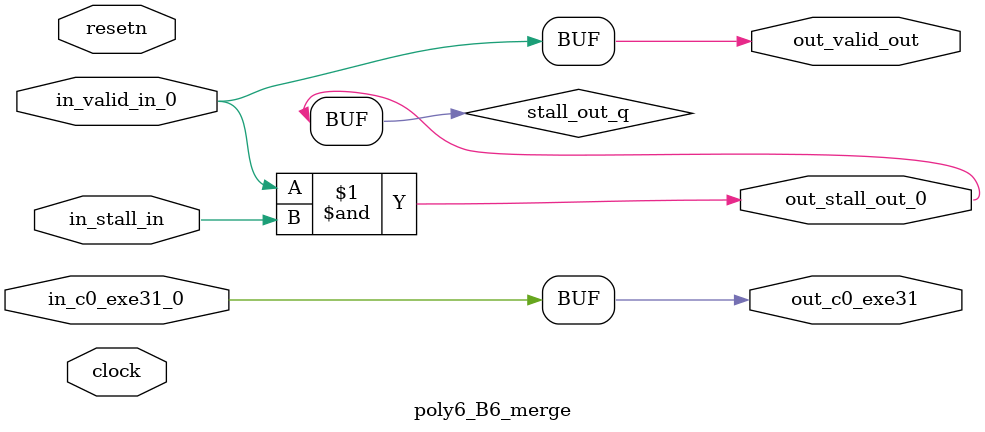
<source format=sv>



(* altera_attribute = "-name AUTO_SHIFT_REGISTER_RECOGNITION OFF; -name MESSAGE_DISABLE 10036; -name MESSAGE_DISABLE 10037; -name MESSAGE_DISABLE 14130; -name MESSAGE_DISABLE 14320; -name MESSAGE_DISABLE 15400; -name MESSAGE_DISABLE 14130; -name MESSAGE_DISABLE 10036; -name MESSAGE_DISABLE 12020; -name MESSAGE_DISABLE 12030; -name MESSAGE_DISABLE 12010; -name MESSAGE_DISABLE 12110; -name MESSAGE_DISABLE 14320; -name MESSAGE_DISABLE 13410; -name MESSAGE_DISABLE 113007; -name MESSAGE_DISABLE 10958" *)
module poly6_B6_merge (
    input wire [0:0] in_c0_exe31_0,
    input wire [0:0] in_stall_in,
    input wire [0:0] in_valid_in_0,
    output wire [0:0] out_c0_exe31,
    output wire [0:0] out_stall_out_0,
    output wire [0:0] out_valid_out,
    input wire clock,
    input wire resetn
    );

    wire [0:0] stall_out_q;


    // out_c0_exe31(GPOUT,5)
    assign out_c0_exe31 = in_c0_exe31_0;

    // stall_out(LOGICAL,8)
    assign stall_out_q = in_valid_in_0 & in_stall_in;

    // out_stall_out_0(GPOUT,6)
    assign out_stall_out_0 = stall_out_q;

    // out_valid_out(GPOUT,7)
    assign out_valid_out = in_valid_in_0;

endmodule

</source>
